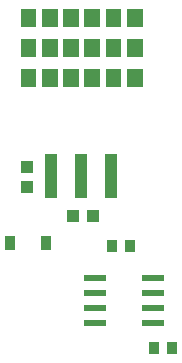
<source format=gbr>
%TF.GenerationSoftware,KiCad,Pcbnew,5.1.10*%
%TF.CreationDate,2021-09-22T17:39:45-07:00*%
%TF.ProjectId,Instrumentation-Amplifier,496e7374-7275-46d6-956e-746174696f6e,2.0*%
%TF.SameCoordinates,Original*%
%TF.FileFunction,Paste,Top*%
%TF.FilePolarity,Positive*%
%FSLAX46Y46*%
G04 Gerber Fmt 4.6, Leading zero omitted, Abs format (unit mm)*
G04 Created by KiCad (PCBNEW 5.1.10) date 2021-09-22 17:39:45*
%MOMM*%
%LPD*%
G01*
G04 APERTURE LIST*
%ADD10C,0.010000*%
%ADD11R,1.000000X1.100000*%
%ADD12R,1.100000X1.000000*%
%ADD13R,0.965200X1.295400*%
%ADD14R,0.940000X1.020000*%
%ADD15R,0.990000X3.790000*%
%ADD16R,1.981200X0.558800*%
G04 APERTURE END LIST*
D10*
%TO.C,U1*%
G36*
X121395800Y-108589200D02*
G01*
X121395800Y-107139200D01*
X122655800Y-107139200D01*
X122655800Y-108589200D01*
X121395800Y-108589200D01*
G37*
X121395800Y-108589200D02*
X121395800Y-107139200D01*
X122655800Y-107139200D01*
X122655800Y-108589200D01*
X121395800Y-108589200D01*
G36*
X119595800Y-108589200D02*
G01*
X119595800Y-107139200D01*
X120855800Y-107139200D01*
X120855800Y-108589200D01*
X119595800Y-108589200D01*
G37*
X119595800Y-108589200D02*
X119595800Y-107139200D01*
X120855800Y-107139200D01*
X120855800Y-108589200D01*
X119595800Y-108589200D01*
G36*
X117795800Y-108589200D02*
G01*
X117795800Y-107139200D01*
X119055800Y-107139200D01*
X119055800Y-108589200D01*
X117795800Y-108589200D01*
G37*
X117795800Y-108589200D02*
X117795800Y-107139200D01*
X119055800Y-107139200D01*
X119055800Y-108589200D01*
X117795800Y-108589200D01*
G36*
X112395800Y-108589200D02*
G01*
X112395800Y-107139200D01*
X113655800Y-107139200D01*
X113655800Y-108589200D01*
X112395800Y-108589200D01*
G37*
X112395800Y-108589200D02*
X112395800Y-107139200D01*
X113655800Y-107139200D01*
X113655800Y-108589200D01*
X112395800Y-108589200D01*
G36*
X114195800Y-108589200D02*
G01*
X114195800Y-107139200D01*
X115455800Y-107139200D01*
X115455800Y-108589200D01*
X114195800Y-108589200D01*
G37*
X114195800Y-108589200D02*
X114195800Y-107139200D01*
X115455800Y-107139200D01*
X115455800Y-108589200D01*
X114195800Y-108589200D01*
G36*
X115995800Y-108589200D02*
G01*
X115995800Y-107139200D01*
X117255800Y-107139200D01*
X117255800Y-108589200D01*
X115995800Y-108589200D01*
G37*
X115995800Y-108589200D02*
X115995800Y-107139200D01*
X117255800Y-107139200D01*
X117255800Y-108589200D01*
X115995800Y-108589200D01*
G36*
X121395800Y-103509200D02*
G01*
X121395800Y-102059200D01*
X122655800Y-102059200D01*
X122655800Y-103509200D01*
X121395800Y-103509200D01*
G37*
X121395800Y-103509200D02*
X121395800Y-102059200D01*
X122655800Y-102059200D01*
X122655800Y-103509200D01*
X121395800Y-103509200D01*
G36*
X119595800Y-103509200D02*
G01*
X119595800Y-102059200D01*
X120855800Y-102059200D01*
X120855800Y-103509200D01*
X119595800Y-103509200D01*
G37*
X119595800Y-103509200D02*
X119595800Y-102059200D01*
X120855800Y-102059200D01*
X120855800Y-103509200D01*
X119595800Y-103509200D01*
G36*
X117795800Y-103509200D02*
G01*
X117795800Y-102059200D01*
X119055800Y-102059200D01*
X119055800Y-103509200D01*
X117795800Y-103509200D01*
G37*
X117795800Y-103509200D02*
X117795800Y-102059200D01*
X119055800Y-102059200D01*
X119055800Y-103509200D01*
X117795800Y-103509200D01*
G36*
X112395800Y-103509200D02*
G01*
X112395800Y-102059200D01*
X113655800Y-102059200D01*
X113655800Y-103509200D01*
X112395800Y-103509200D01*
G37*
X112395800Y-103509200D02*
X112395800Y-102059200D01*
X113655800Y-102059200D01*
X113655800Y-103509200D01*
X112395800Y-103509200D01*
G36*
X114195800Y-103509200D02*
G01*
X114195800Y-102059200D01*
X115455800Y-102059200D01*
X115455800Y-103509200D01*
X114195800Y-103509200D01*
G37*
X114195800Y-103509200D02*
X114195800Y-102059200D01*
X115455800Y-102059200D01*
X115455800Y-103509200D01*
X114195800Y-103509200D01*
G36*
X115995800Y-103509200D02*
G01*
X115995800Y-102059200D01*
X117255800Y-102059200D01*
X117255800Y-103509200D01*
X115995800Y-103509200D01*
G37*
X115995800Y-103509200D02*
X115995800Y-102059200D01*
X117255800Y-102059200D01*
X117255800Y-103509200D01*
X115995800Y-103509200D01*
G36*
X121395800Y-106049200D02*
G01*
X121395800Y-104599200D01*
X122655800Y-104599200D01*
X122655800Y-106049200D01*
X121395800Y-106049200D01*
G37*
X121395800Y-106049200D02*
X121395800Y-104599200D01*
X122655800Y-104599200D01*
X122655800Y-106049200D01*
X121395800Y-106049200D01*
G36*
X119595800Y-106049200D02*
G01*
X119595800Y-104599200D01*
X120855800Y-104599200D01*
X120855800Y-106049200D01*
X119595800Y-106049200D01*
G37*
X119595800Y-106049200D02*
X119595800Y-104599200D01*
X120855800Y-104599200D01*
X120855800Y-106049200D01*
X119595800Y-106049200D01*
G36*
X117795800Y-106049200D02*
G01*
X117795800Y-104599200D01*
X119055800Y-104599200D01*
X119055800Y-106049200D01*
X117795800Y-106049200D01*
G37*
X117795800Y-106049200D02*
X117795800Y-104599200D01*
X119055800Y-104599200D01*
X119055800Y-106049200D01*
X117795800Y-106049200D01*
G36*
X112395800Y-106049200D02*
G01*
X112395800Y-104599200D01*
X113655800Y-104599200D01*
X113655800Y-106049200D01*
X112395800Y-106049200D01*
G37*
X112395800Y-106049200D02*
X112395800Y-104599200D01*
X113655800Y-104599200D01*
X113655800Y-106049200D01*
X112395800Y-106049200D01*
G36*
X114195800Y-106049200D02*
G01*
X114195800Y-104599200D01*
X115455800Y-104599200D01*
X115455800Y-106049200D01*
X114195800Y-106049200D01*
G37*
X114195800Y-106049200D02*
X114195800Y-104599200D01*
X115455800Y-104599200D01*
X115455800Y-106049200D01*
X114195800Y-106049200D01*
G36*
X115995800Y-106049200D02*
G01*
X115995800Y-104599200D01*
X117255800Y-104599200D01*
X117255800Y-106049200D01*
X115995800Y-106049200D01*
G37*
X115995800Y-106049200D02*
X115995800Y-104599200D01*
X117255800Y-104599200D01*
X117255800Y-106049200D01*
X115995800Y-106049200D01*
%TD*%
D11*
%TO.C,C1*%
X112979200Y-117182000D03*
X112979200Y-115482000D03*
%TD*%
D12*
%TO.C,C2*%
X116828200Y-119634000D03*
X118528200Y-119634000D03*
%TD*%
D13*
%TO.C,D1*%
X111506000Y-121920000D03*
X114554000Y-121920000D03*
%TD*%
D14*
%TO.C,R1*%
X120114000Y-122174000D03*
X121694000Y-122174000D03*
%TD*%
%TO.C,R2*%
X125250000Y-130810000D03*
X123670000Y-130810000D03*
%TD*%
D15*
%TO.C,U1*%
X114985800Y-116204200D03*
X117525800Y-116204200D03*
X120065800Y-116204200D03*
%TD*%
D16*
%TO.C,U2*%
X118694200Y-124841000D03*
X118694200Y-126111000D03*
X118694200Y-127381000D03*
X118694200Y-128651000D03*
X123621800Y-128651000D03*
X123621800Y-127381000D03*
X123621800Y-126111000D03*
X123621800Y-124841000D03*
%TD*%
M02*

</source>
